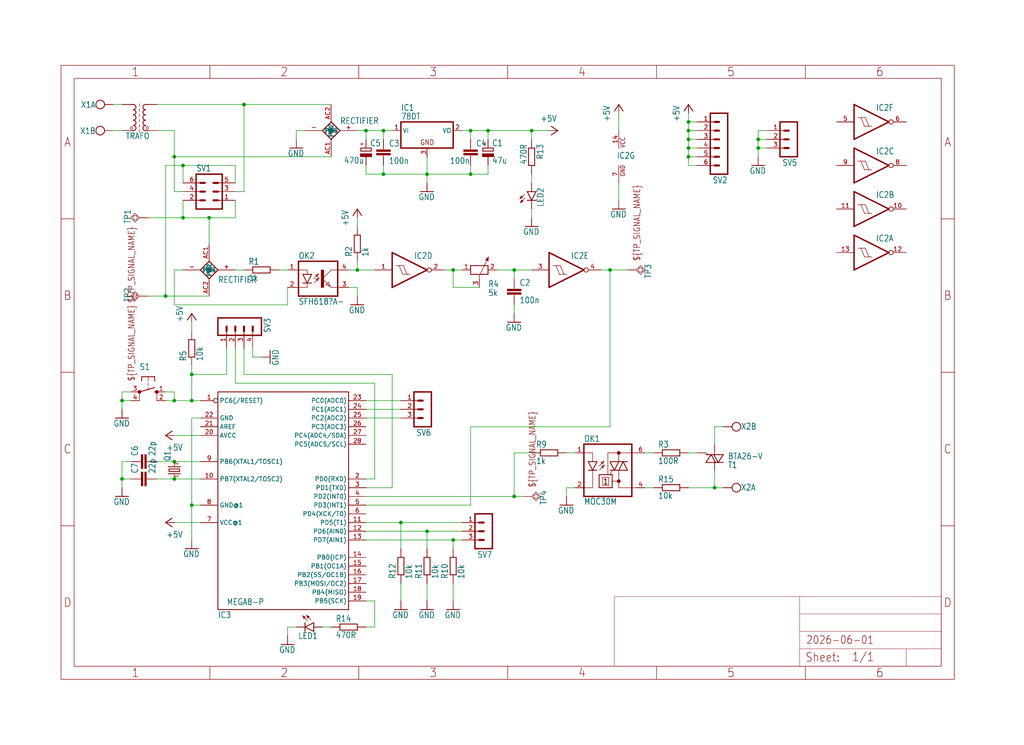
<source format=kicad_sch>
(kicad_sch (version 20231120) (generator "eeschema") (generator_version "8.0")
  (paper "User" 298.45 217.322)
  (lib_symbols
    (symbol "staccato-eagle-import:+5V" (power)
      (property "Value" "+5V" (at -2.54 -5.08 90))
      (symbol "+5V_1_0"
        (pin power_in line (at 0 -2.54 90) (length 2.54) (name "+5V") (number "1"))
      )
    )
    (symbol "staccato-eagle-import:0805C"
      (property "Reference" "C" (at 1.524 0.381 0))
      (symbol "0805C_1_0"
        (pin passive line (at 0 2.54 270) (length 2.54) (name "1") (number "1"))
        (pin passive line (at 0 -5.08 90) (length 2.54) (name "2") (number "2"))
      )
    )
    (symbol "staccato-eagle-import:10-XX"
      (property "Reference" "S" (at -6.35 -2.54 90))
      (symbol "10-XX_1_0"
        (pin passive line (at 0 5.08 270) (length 2.54) (name "S") (number "1"))
        (pin passive line (at 2.54 5.08 270) (length 2.54) (name "S1") (number "2"))
        (pin passive line (at 0 -5.08 90) (length 2.54) (name "P") (number "3"))
        (pin passive line (at 2.54 -5.08 90) (length 2.54) (name "P1") (number "4"))
      )
    )
    (symbol "staccato-eagle-import:7414N"
      (property "Reference" "IC" (at -0.635 -0.635 0))
      (symbol "7414N_1_0"
        (pin output inverted (at 10.16 0 180) (length 5.08) (name "O") (number "12"))
        (pin input line (at -10.16 0 0) (length 5.08) (name "I") (number "13"))
      )
      (symbol "7414N_2_0"
        (pin output inverted (at 10.16 0 180) (length 5.08) (name "O") (number "10"))
        (pin input line (at -10.16 0 0) (length 5.08) (name "I") (number "11"))
      )
      (symbol "7414N_3_0"
        (pin output inverted (at 10.16 0 180) (length 5.08) (name "O") (number "8"))
        (pin input line (at -10.16 0 0) (length 5.08) (name "I") (number "9"))
      )
      (symbol "7414N_4_0"
        (pin input line (at -10.16 0 0) (length 5.08) (name "I") (number "1"))
        (pin output inverted (at 10.16 0 180) (length 5.08) (name "O") (number "2"))
      )
      (symbol "7414N_5_0"
        (pin input line (at -10.16 0 0) (length 5.08) (name "I") (number "3"))
        (pin output inverted (at 10.16 0 180) (length 5.08) (name "O") (number "4"))
      )
      (symbol "7414N_6_0"
        (pin input line (at -10.16 0 0) (length 5.08) (name "I") (number "5"))
        (pin output inverted (at 10.16 0 180) (length 5.08) (name "O") (number "6"))
      )
      (symbol "7414N_7_0"
        (text "GND" (at 1.905 -5.842 900) (effects (font (size 1.27 1.0795)) (justify left bottom)))
        (text "VCC" (at 1.905 2.54 900) (effects (font (size 1.27 1.0795)) (justify left bottom)))
        (pin power_in line (at 0 7.62 270) (length 5.08) (name "VCC") (number "14"))
        (pin power_in line (at 0 -7.62 90) (length 5.08) (name "GND") (number "7"))
      )
    )
    (symbol "staccato-eagle-import:78DT"
      (property "Reference" "IC" (at -7.62 5.715 0))
      (symbol "78DT_1_0"
        (text "GND" (at -2.032 -4.318 0) (effects (font (size 1.524 1.2954)) (justify left bottom)))
        (pin input line (at -10.16 0 0) (length 2.54) (name "VI") (number "1"))
        (pin passive line (at 10.16 0 180) (length 2.54) (name "VO") (number "2"))
        (pin passive line (at 0 -7.62 90) (length 2.54) (name "GND") (number "3"))
      )
    )
    (symbol "staccato-eagle-import:A4L-LOC"
      (symbol "A4L-LOC_1_0"
        (text "${#}/${##}" (at 230.505 5.08 0) (effects (font (size 2.54 2.159)) (justify left bottom)))
        (text "${CURRENT_DATE}" (at 217.17 10.16 0) (effects (font (size 2.286 1.9431)) (justify left bottom)))
        (text "${PROJECTNAME}" (at 217.17 15.24 0) (effects (font (size 2.54 2.159)) (justify left bottom)))
        (text "1" (at 21.6958 1.905 0) (effects (font (size 2.54 2.286))))
        (text "1" (at 21.6958 177.165 0) (effects (font (size 2.54 2.286))))
        (text "2" (at 65.0875 1.905 0) (effects (font (size 2.54 2.286))))
        (text "2" (at 65.0875 177.165 0) (effects (font (size 2.54 2.286))))
        (text "3" (at 108.4792 1.905 0) (effects (font (size 2.54 2.286))))
        (text "3" (at 108.4792 177.165 0) (effects (font (size 2.54 2.286))))
        (text "4" (at 151.8708 1.905 0) (effects (font (size 2.54 2.286))))
        (text "4" (at 151.8708 177.165 0) (effects (font (size 2.54 2.286))))
        (text "5" (at 195.2625 1.905 0) (effects (font (size 2.54 2.286))))
        (text "5" (at 195.2625 177.165 0) (effects (font (size 2.54 2.286))))
        (text "6" (at 238.6542 1.905 0) (effects (font (size 2.54 2.286))))
        (text "6" (at 238.6542 177.165 0) (effects (font (size 2.54 2.286))))
        (text "A" (at 1.905 156.6863 0) (effects (font (size 2.54 2.286))))
        (text "A" (at 258.445 156.6863 0) (effects (font (size 2.54 2.286))))
        (text "B" (at 1.905 111.9188 0) (effects (font (size 2.54 2.286))))
        (text "B" (at 258.445 111.9188 0) (effects (font (size 2.54 2.286))))
        (text "C" (at 1.905 67.1513 0) (effects (font (size 2.54 2.286))))
        (text "C" (at 258.445 67.1513 0) (effects (font (size 2.54 2.286))))
        (text "D" (at 1.905 22.3838 0) (effects (font (size 2.54 2.286))))
        (text "D" (at 258.445 22.3838 0) (effects (font (size 2.54 2.286))))
        (text "Sheet:" (at 216.916 4.953 0) (effects (font (size 2.54 2.159)) (justify left bottom)))
      )
    )
    (symbol "staccato-eagle-import:BTA26-V"
      (property "Reference" "T" (at 3.81 2.54 0))
      (symbol "BTA26-V_1_0"
        (pin passive line (at 0 -2.54 90) (length 2.54) (name "A1") (number "A1"))
        (pin passive line (at 0 5.08 270) (length 2.54) (name "A2") (number "A2"))
        (pin passive line (at -5.08 0 0) (length 2.54) (name "G") (number "G"))
      )
    )
    (symbol "staccato-eagle-import:C-EU050-025X075"
      (property "Reference" "C" (at 1.524 0.381 0))
      (symbol "C-EU050-025X075_1_0"
        (pin passive line (at 0 2.54 270) (length 2.54) (name "1") (number "1"))
        (pin passive line (at 0 -5.08 90) (length 2.54) (name "2") (number "2"))
      )
    )
    (symbol "staccato-eagle-import:CPOL-EUE2.5-6"
      (property "Reference" "C" (at 1.143 0.4826 0))
      (symbol "CPOL-EUE2.5-6_1_0"
        (text "+" (at -0.5842 0.4064 900) (effects (font (size 1.27 1.0795)) (justify left bottom)))
        (pin passive line (at 0 2.54 270) (length 2.54) (name "+") (number "+"))
        (pin passive line (at 0 -5.08 90) (length 2.54) (name "-") (number "-"))
      )
    )
    (symbol "staccato-eagle-import:CPOL-EUE5-10.5"
      (property "Reference" "C" (at 1.143 0.4826 0))
      (symbol "CPOL-EUE5-10.5_1_0"
        (text "+" (at -0.5842 0.4064 900) (effects (font (size 1.27 1.0795)) (justify left bottom)))
        (pin passive line (at 0 2.54 270) (length 2.54) (name "+") (number "+"))
        (pin passive line (at 0 -5.08 90) (length 2.54) (name "-") (number "-"))
      )
    )
    (symbol "staccato-eagle-import:CRYSTALHC49S"
      (property "Reference" "Q" (at 2.54 1.016 0))
      (symbol "CRYSTALHC49S_1_0"
        (text "1" (at -2.159 -1.143 0) (effects (font (size 0.8636 0.734)) (justify left bottom)))
        (text "2" (at 1.524 -1.143 0) (effects (font (size 0.8636 0.734)) (justify left bottom)))
        (pin passive line (at -2.54 0 0) (length 0) (name "1") (number "1"))
        (pin passive line (at 2.54 0 180) (length 0) (name "2") (number "2"))
      )
    )
    (symbol "staccato-eagle-import:GND" (power)
      (property "Value" "GND" (at -2.54 -2.54 0))
      (symbol "GND_1_0"
        (pin power_in line (at 0 2.54 270) (length 2.54) (name "GND") (number "1"))
      )
    )
    (symbol "staccato-eagle-import:LED3MM"
      (property "Reference" "LED" (at 3.556 -4.572 90))
      (symbol "LED3MM_1_0"
        (pin passive line (at 0 2.54 270) (length 2.54) (name "A") (number "A"))
        (pin passive line (at 0 -5.08 90) (length 2.54) (name "C") (number "K"))
      )
    )
    (symbol "staccato-eagle-import:MA03-1"
      (property "Reference" "SV" (at -1.27 5.842 0))
      (symbol "MA03-1_1_0"
        (pin passive line (at 7.62 -2.54 180) (length 5.08) (name "1") (number "1"))
        (pin passive line (at 7.62 0 180) (length 5.08) (name "2") (number "2"))
        (pin passive line (at 7.62 2.54 180) (length 5.08) (name "3") (number "3"))
      )
    )
    (symbol "staccato-eagle-import:MA03-2"
      (property "Reference" "SV" (at -3.81 5.842 0))
      (symbol "MA03-2_1_0"
        (pin passive line (at 7.62 -2.54 180) (length 5.08) (name "1") (number "1"))
        (pin passive line (at -7.62 -2.54 0) (length 5.08) (name "2") (number "2"))
        (pin passive line (at 7.62 0 180) (length 5.08) (name "3") (number "3"))
        (pin passive line (at -7.62 0 0) (length 5.08) (name "4") (number "4"))
        (pin passive line (at 7.62 2.54 180) (length 5.08) (name "5") (number "5"))
        (pin passive line (at -7.62 2.54 0) (length 5.08) (name "6") (number "6"))
      )
    )
    (symbol "staccato-eagle-import:MA04-1"
      (property "Reference" "SV" (at -1.27 5.842 0))
      (symbol "MA04-1_1_0"
        (pin passive line (at 7.62 -5.08 180) (length 5.08) (name "1") (number "1"))
        (pin passive line (at 7.62 -2.54 180) (length 5.08) (name "2") (number "2"))
        (pin passive line (at 7.62 0 180) (length 5.08) (name "3") (number "3"))
        (pin passive line (at 7.62 2.54 180) (length 5.08) (name "4") (number "4"))
      )
    )
    (symbol "staccato-eagle-import:MA06-1"
      (property "Reference" "SV" (at -1.27 8.382 0))
      (symbol "MA06-1_1_0"
        (pin passive line (at 7.62 -7.62 180) (length 5.08) (name "1") (number "1"))
        (pin passive line (at 7.62 -5.08 180) (length 5.08) (name "2") (number "2"))
        (pin passive line (at 7.62 -2.54 180) (length 5.08) (name "3") (number "3"))
        (pin passive line (at 7.62 0 180) (length 5.08) (name "4") (number "4"))
        (pin passive line (at 7.62 2.54 180) (length 5.08) (name "5") (number "5"))
        (pin passive line (at 7.62 5.08 180) (length 5.08) (name "6") (number "6"))
      )
    )
    (symbol "staccato-eagle-import:MEGA8-P"
      (property "Reference" "IC" (at -17.78 -35.56 0))
      (symbol "MEGA8-P_1_0"
        (pin bidirectional inverted (at -22.86 27.94 0) (length 5.08) (name "PC6(/RESET)") (number "1"))
        (pin bidirectional line (at -22.86 5.08 0) (length 5.08) (name "PB7(XTAL2/TOSC2)") (number "10"))
        (pin bidirectional line (at 25.4 -7.62 180) (length 5.08) (name "PD5(T1)") (number "11"))
        (pin bidirectional line (at 25.4 -10.16 180) (length 5.08) (name "PD6(AIN0)") (number "12"))
        (pin bidirectional line (at 25.4 -12.7 180) (length 5.08) (name "PD7(AIN1)") (number "13"))
        (pin bidirectional line (at 25.4 -17.78 180) (length 5.08) (name "PB0(ICP)") (number "14"))
        (pin bidirectional line (at 25.4 -20.32 180) (length 5.08) (name "PB1(OC1A)") (number "15"))
        (pin bidirectional line (at 25.4 -22.86 180) (length 5.08) (name "PB2(SS/OC1B)") (number "16"))
        (pin bidirectional line (at 25.4 -25.4 180) (length 5.08) (name "PB3(MOSI/OC2)") (number "17"))
        (pin bidirectional line (at 25.4 -27.94 180) (length 5.08) (name "PB4(MISO)") (number "18"))
        (pin bidirectional line (at 25.4 -30.48 180) (length 5.08) (name "PB5(SCK)") (number "19"))
        (pin bidirectional line (at 25.4 5.08 180) (length 5.08) (name "PD0(RXD)") (number "2"))
        (pin power_in line (at -22.86 17.78 0) (length 5.08) (name "AVCC") (number "20"))
        (pin passive line (at -22.86 20.32 0) (length 5.08) (name "AREF") (number "21"))
        (pin power_in line (at -22.86 22.86 0) (length 5.08) (name "GND") (number "22"))
        (pin bidirectional line (at 25.4 27.94 180) (length 5.08) (name "PC0(ADC0)") (number "23"))
        (pin bidirectional line (at 25.4 25.4 180) (length 5.08) (name "PC1(ADC1)") (number "24"))
        (pin bidirectional line (at 25.4 22.86 180) (length 5.08) (name "PC2(ADC2)") (number "25"))
        (pin bidirectional line (at 25.4 20.32 180) (length 5.08) (name "PC3(ADC3)") (number "26"))
        (pin bidirectional line (at 25.4 17.78 180) (length 5.08) (name "PC4(ADC4/SDA)") (number "27"))
        (pin bidirectional line (at 25.4 15.24 180) (length 5.08) (name "PC5(ADC5/SCL)") (number "28"))
        (pin bidirectional line (at 25.4 2.54 180) (length 5.08) (name "PD1(TXD)") (number "3"))
        (pin bidirectional line (at 25.4 0 180) (length 5.08) (name "PD2(INT0)") (number "4"))
        (pin bidirectional line (at 25.4 -2.54 180) (length 5.08) (name "PD3(INT1)") (number "5"))
        (pin bidirectional line (at 25.4 -5.08 180) (length 5.08) (name "PD4(XCK/T0)") (number "6"))
        (pin power_in line (at -22.86 -7.62 0) (length 5.08) (name "VCC@1") (number "7"))
        (pin power_in line (at -22.86 -2.54 0) (length 5.08) (name "GND@1") (number "8"))
        (pin bidirectional line (at -22.86 10.16 0) (length 5.08) (name "PB6(XTAL1/TOSC1)") (number "9"))
      )
    )
    (symbol "staccato-eagle-import:MOC30M"
      (property "Reference" "OK" (at -7.6454 8.2296 0))
      (symbol "MOC30M_1_0"
        (pin passive line (at -10.16 5.08 0) (length 2.54) (name "A") (number "1"))
        (pin passive line (at -10.16 -5.08 0) (length 2.54) (name "C") (number "2"))
        (pin passive line (at 10.16 -5.08 180) (length 2.54) (name "A1") (number "4"))
        (pin passive line (at 10.16 5.08 180) (length 2.54) (name "A2") (number "6"))
      )
    )
    (symbol "staccato-eagle-import:POTENTIOMETER_PT-10"
      (property "Reference" "R" (at 2.54 -5.08 0))
      (symbol "POTENTIOMETER_PT-10_1_0"
        (pin passive line (at -5.08 0 0) (length 2.54) (name "1") (number "1"))
        (pin passive line (at 5.08 0 180) (length 2.54) (name "2") (number "2"))
        (pin passive line (at 0 -5.08 90) (length 2.54) (name "3") (number "3"))
      )
    )
    (symbol "staccato-eagle-import:R-EU_M0805"
      (property "Reference" "R" (at -3.81 1.4986 0))
      (symbol "R-EU_M0805_1_0"
        (pin passive line (at -5.08 0 0) (length 2.54) (name "1") (number "1"))
        (pin passive line (at 5.08 0 180) (length 2.54) (name "2") (number "2"))
      )
    )
    (symbol "staccato-eagle-import:RECTIFIER"
      (symbol "RECTIFIER_1_0"
        (pin bidirectional line (at 7.62 0 180) (length 5.08) (name "P$3") (number "+"))
        (pin bidirectional line (at -7.62 0 0) (length 5.08) (name "P$4") (number "-"))
        (pin bidirectional line (at 0 7.62 270) (length 5.08) (name "P$1") (number "AC1"))
        (pin bidirectional line (at 0 -7.62 90) (length 5.08) (name "P$2") (number "AC2"))
      )
    )
    (symbol "staccato-eagle-import:SFH618?A-"
      (property "Reference" "OK" (at -6.985 5.715 0))
      (symbol "SFH618?A-_1_0"
        (pin passive line (at -10.16 2.54 0) (length 2.54) (name "A") (number "1"))
        (pin passive line (at -10.16 -2.54 0) (length 2.54) (name "C") (number "2"))
        (pin passive line (at 7.62 -2.54 180) (length 2.54) (name "EMIT") (number "3"))
        (pin passive line (at 7.62 2.54 180) (length 2.54) (name "COL") (number "4"))
      )
    )
    (symbol "staccato-eagle-import:TPSQPAD1-13Y"
      (property "Reference" "TP" (at -2.54 -4.445 0))
      (symbol "TPSQPAD1-13Y_1_0"
        (text "${TP_SIGNAL_NAME}" (at 2.54 -1.27 0) (effects (font (size 1.778 1.5113)) (justify left bottom)))
        (pin input line (at 0 2.54 270) (length 2.54) (name "TP") (number "TP"))
      )
    )
    (symbol "staccato-eagle-import:TRAFO"
      (symbol "TRAFO_1_0"
        (pin passive line (at -5.08 5.08 0) (length 2.54) (name "A1") (number "P$1"))
        (pin passive line (at -5.08 -2.54 0) (length 2.54) (name "E1") (number "P$2"))
        (pin passive line (at 5.08 5.08 180) (length 2.54) (name "A2") (number "P$3"))
        (pin passive line (at 5.08 -2.54 180) (length 2.54) (name "E2") (number "P$4"))
      )
    )
    (symbol "staccato-eagle-import:W237-102"
      (property "Reference" "X" (at 0 0.889 0))
      (symbol "W237-102_1_0"
        (pin passive line (at 5.08 0 180) (length 2.54) (name "KL") (number "1"))
      )
      (symbol "W237-102_2_0"
        (pin passive line (at 5.08 0 180) (length 2.54) (name "KL") (number "2"))
      )
    )
  )
  (junction (at 220.98 40.64))
  (junction (at 48.26 86.36))
  (junction (at 53.34 48.26))
  (junction (at 50.8 116.84))
  (junction (at 220.98 43.18))
  (junction (at 200.66 45.72))
  (junction (at 200.66 40.64))
  (junction (at 137.16 38.1))
  (junction (at 50.8 139.7))
  (junction (at 149.86 144.78))
  (junction (at 132.08 157.48))
  (junction (at 55.88 109.22))
  (junction (at 35.56 139.7))
  (junction (at 106.68 38.1))
  (junction (at 177.8 78.74))
  (junction (at 55.88 147.32))
  (junction (at 137.16 50.8))
  (junction (at 111.76 50.8))
  (junction (at 124.46 154.94))
  (junction (at 111.76 38.1))
  (junction (at 60.96 63.5))
  (junction (at 208.28 142.24))
  (junction (at 132.08 78.74))
  (junction (at 71.12 30.48))
  (junction (at 53.34 63.5))
  (junction (at 149.86 78.74))
  (junction (at 50.8 45.72))
  (junction (at 200.66 35.56))
  (junction (at 154.94 38.1))
  (junction (at 104.14 78.74))
  (junction (at 55.88 116.84))
  (junction (at 200.66 38.1))
  (junction (at 142.24 38.1))
  (junction (at 35.56 116.84))
  (junction (at 50.8 134.62))
  (junction (at 116.84 152.4))
  (junction (at 200.66 43.18))
  (junction (at 124.46 50.8))
  (wire (pts (xy 134.62 152.4) (xy 116.84 152.4)) (stroke (width 0.1524)))
  (wire (pts (xy 154.94 40.64) (xy 154.94 38.1)) (stroke (width 0.1524)))
  (wire (pts (xy 45.72 139.7) (xy 50.8 139.7)) (stroke (width 0.1524)))
  (wire (pts (xy 35.56 116.84) (xy 38.1 116.84)) (stroke (width 0.1524)))
  (wire (pts (xy 66.04 109.22) (xy 55.88 109.22)) (stroke (width 0.1524)))
  (wire (pts (xy 149.86 78.74) (xy 154.94 78.74)) (stroke (width 0.1524)))
  (wire (pts (xy 55.88 147.32) (xy 55.88 157.48)) (stroke (width 0.1524)))
  (wire (pts (xy 53.34 58.42) (xy 53.34 63.5)) (stroke (width 0.1524)))
  (wire (pts (xy 35.56 119.38) (xy 35.56 116.84)) (stroke (width 0.1524)))
  (wire (pts (xy 71.12 109.22) (xy 114.3 109.22)) (stroke (width 0.1524)))
  (wire (pts (xy 106.68 40.64) (xy 106.68 38.1)) (stroke (width 0.1524)))
  (wire (pts (xy 165.1 132.08) (xy 167.64 132.08)) (stroke (width 0.1524)))
  (wire (pts (xy 53.34 78.74) (xy 50.8 78.74)) (stroke (width 0.1524)))
  (wire (pts (xy 129.54 78.74) (xy 132.08 78.74)) (stroke (width 0.1524)))
  (wire (pts (xy 106.68 144.78) (xy 149.86 144.78)) (stroke (width 0.1524)))
  (wire (pts (xy 38.1 139.7) (xy 35.56 139.7)) (stroke (width 0.1524)))
  (wire (pts (xy 48.26 86.36) (xy 48.26 48.26)) (stroke (width 0.1524)))
  (wire (pts (xy 220.98 43.18) (xy 220.98 45.72)) (stroke (width 0.1524)))
  (wire (pts (xy 73.66 101.6) (xy 73.66 104.14)) (stroke (width 0.1524)))
  (wire (pts (xy 106.68 48.26) (xy 106.68 50.8)) (stroke (width 0.1524)))
  (wire (pts (xy 203.2 40.64) (xy 200.66 40.64)) (stroke (width 0.1524)))
  (wire (pts (xy 35.56 134.62) (xy 35.56 139.7)) (stroke (width 0.1524)))
  (wire (pts (xy 83.82 88.9) (xy 83.82 83.82)) (stroke (width 0.1524)))
  (wire (pts (xy 220.98 38.1) (xy 220.98 40.64)) (stroke (width 0.1524)))
  (wire (pts (xy 35.56 139.7) (xy 35.56 142.24)) (stroke (width 0.1524)))
  (wire (pts (xy 106.68 121.92) (xy 116.84 121.92)) (stroke (width 0.1524)))
  (wire (pts (xy 137.16 147.32) (xy 137.16 124.46)) (stroke (width 0.1524)))
  (wire (pts (xy 55.88 93.98) (xy 55.88 96.52)) (stroke (width 0.1524)))
  (wire (pts (xy 149.86 144.78) (xy 149.86 132.08)) (stroke (width 0.1524)))
  (wire (pts (xy 104.14 78.74) (xy 101.6 78.74)) (stroke (width 0.1524)))
  (wire (pts (xy 109.22 139.7) (xy 109.22 111.76)) (stroke (width 0.1524)))
  (wire (pts (xy 55.88 121.92) (xy 55.88 147.32)) (stroke (width 0.1524)))
  (wire (pts (xy 109.22 182.88) (xy 109.22 175.26)) (stroke (width 0.1524)))
  (wire (pts (xy 137.16 48.26) (xy 137.16 50.8)) (stroke (width 0.1524)))
  (wire (pts (xy 60.96 63.5) (xy 68.58 63.5)) (stroke (width 0.1524)))
  (wire (pts (xy 58.42 152.4) (xy 50.8 152.4)) (stroke (width 0.1524)))
  (wire (pts (xy 200.66 45.72) (xy 200.66 43.18)) (stroke (width 0.1524)))
  (wire (pts (xy 132.08 83.82) (xy 132.08 78.74)) (stroke (width 0.1524)))
  (wire (pts (xy 124.46 175.26) (xy 124.46 170.18)) (stroke (width 0.1524)))
  (wire (pts (xy 223.52 43.18) (xy 220.98 43.18)) (stroke (width 0.1524)))
  (wire (pts (xy 58.42 134.62) (xy 50.8 134.62)) (stroke (width 0.1524)))
  (wire (pts (xy 132.08 78.74) (xy 134.62 78.74)) (stroke (width 0.1524)))
  (wire (pts (xy 220.98 40.64) (xy 220.98 43.18)) (stroke (width 0.1524)))
  (wire (pts (xy 200.66 40.64) (xy 200.66 38.1)) (stroke (width 0.1524)))
  (wire (pts (xy 50.8 45.72) (xy 50.8 38.1)) (stroke (width 0.1524)))
  (wire (pts (xy 88.9 38.1) (xy 86.36 38.1)) (stroke (width 0.1524)))
  (wire (pts (xy 190.5 142.24) (xy 187.96 142.24)) (stroke (width 0.1524)))
  (wire (pts (xy 142.24 40.64) (xy 142.24 38.1)) (stroke (width 0.1524)))
  (wire (pts (xy 111.76 40.64) (xy 111.76 38.1)) (stroke (width 0.1524)))
  (wire (pts (xy 68.58 78.74) (xy 71.12 78.74)) (stroke (width 0.1524)))
  (wire (pts (xy 134.62 157.48) (xy 132.08 157.48)) (stroke (width 0.1524)))
  (wire (pts (xy 68.58 48.26) (xy 68.58 53.34)) (stroke (width 0.1524)))
  (wire (pts (xy 154.94 60.96) (xy 154.94 63.5)) (stroke (width 0.1524)))
  (wire (pts (xy 53.34 48.26) (xy 68.58 48.26)) (stroke (width 0.1524)))
  (wire (pts (xy 106.68 139.7) (xy 109.22 139.7)) (stroke (width 0.1524)))
  (wire (pts (xy 139.7 83.82) (xy 132.08 83.82)) (stroke (width 0.1524)))
  (wire (pts (xy 223.52 38.1) (xy 220.98 38.1)) (stroke (width 0.1524)))
  (wire (pts (xy 149.86 81.28) (xy 149.86 78.74)) (stroke (width 0.1524)))
  (wire (pts (xy 106.68 182.88) (xy 109.22 182.88)) (stroke (width 0.1524)))
  (wire (pts (xy 106.68 157.48) (xy 132.08 157.48)) (stroke (width 0.1524)))
  (wire (pts (xy 96.52 182.88) (xy 93.98 182.88)) (stroke (width 0.1524)))
  (wire (pts (xy 104.14 38.1) (xy 106.68 38.1)) (stroke (width 0.1524)))
  (wire (pts (xy 104.14 83.82) (xy 104.14 86.36)) (stroke (width 0.1524)))
  (wire (pts (xy 160.02 38.1) (xy 154.94 38.1)) (stroke (width 0.1524)))
  (wire (pts (xy 200.66 132.08) (xy 203.2 132.08)) (stroke (width 0.1524)))
  (wire (pts (xy 142.24 50.8) (xy 137.16 50.8)) (stroke (width 0.1524)))
  (wire (pts (xy 134.62 38.1) (xy 137.16 38.1)) (stroke (width 0.1524)))
  (wire (pts (xy 177.8 78.74) (xy 175.26 78.74)) (stroke (width 0.1524)))
  (wire (pts (xy 182.88 78.74) (xy 177.8 78.74)) (stroke (width 0.1524)))
  (wire (pts (xy 106.68 119.38) (xy 116.84 119.38)) (stroke (width 0.1524)))
  (wire (pts (xy 154.94 38.1) (xy 142.24 38.1)) (stroke (width 0.1524)))
  (wire (pts (xy 96.52 45.72) (xy 50.8 45.72)) (stroke (width 0.1524)))
  (wire (pts (xy 33.02 30.48) (xy 35.56 30.48)) (stroke (width 0.1524)))
  (wire (pts (xy 106.68 38.1) (xy 111.76 38.1)) (stroke (width 0.1524)))
  (wire (pts (xy 71.12 30.48) (xy 45.72 30.48)) (stroke (width 0.1524)))
  (wire (pts (xy 208.28 124.46) (xy 210.82 124.46)) (stroke (width 0.1524)))
  (wire (pts (xy 55.88 106.68) (xy 55.88 109.22)) (stroke (width 0.1524)))
  (wire (pts (xy 45.72 38.1) (xy 50.8 38.1)) (stroke (width 0.1524)))
  (wire (pts (xy 124.46 50.8) (xy 124.46 45.72)) (stroke (width 0.1524)))
  (wire (pts (xy 106.68 50.8) (xy 111.76 50.8)) (stroke (width 0.1524)))
  (wire (pts (xy 203.2 45.72) (xy 200.66 45.72)) (stroke (width 0.1524)))
  (wire (pts (xy 200.66 43.18) (xy 200.66 40.64)) (stroke (width 0.1524)))
  (wire (pts (xy 180.34 58.42) (xy 180.34 53.34)) (stroke (width 0.1524)))
  (wire (pts (xy 53.34 53.34) (xy 53.34 48.26)) (stroke (width 0.1524)))
  (wire (pts (xy 60.96 86.36) (xy 48.26 86.36)) (stroke (width 0.1524)))
  (wire (pts (xy 149.86 88.9) (xy 149.86 91.44)) (stroke (width 0.1524)))
  (wire (pts (xy 142.24 38.1) (xy 137.16 38.1)) (stroke (width 0.1524)))
  (wire (pts (xy 83.82 182.88) (xy 83.82 185.42)) (stroke (width 0.1524)))
  (wire (pts (xy 106.68 154.94) (xy 124.46 154.94)) (stroke (width 0.1524)))
  (wire (pts (xy 111.76 50.8) (xy 124.46 50.8)) (stroke (width 0.1524)))
  (wire (pts (xy 81.28 78.74) (xy 83.82 78.74)) (stroke (width 0.1524)))
  (wire (pts (xy 132.08 157.48) (xy 132.08 160.02)) (stroke (width 0.1524)))
  (wire (pts (xy 68.58 63.5) (xy 68.58 58.42)) (stroke (width 0.1524)))
  (wire (pts (xy 104.14 76.2) (xy 104.14 78.74)) (stroke (width 0.1524)))
  (wire (pts (xy 71.12 55.88) (xy 71.12 30.48)) (stroke (width 0.1524)))
  (wire (pts (xy 106.68 147.32) (xy 137.16 147.32)) (stroke (width 0.1524)))
  (wire (pts (xy 35.56 114.3) (xy 35.56 116.84)) (stroke (width 0.1524)))
  (wire (pts (xy 60.96 71.12) (xy 60.96 63.5)) (stroke (width 0.1524)))
  (wire (pts (xy 50.8 78.74) (xy 50.8 88.9)) (stroke (width 0.1524)))
  (wire (pts (xy 50.8 139.7) (xy 58.42 139.7)) (stroke (width 0.1524)))
  (wire (pts (xy 50.8 114.3) (xy 50.8 116.84)) (stroke (width 0.1524)))
  (wire (pts (xy 58.42 147.32) (xy 55.88 147.32)) (stroke (width 0.1524)))
  (wire (pts (xy 104.14 63.5) (xy 104.14 66.04)) (stroke (width 0.1524)))
  (wire (pts (xy 114.3 109.22) (xy 114.3 142.24)) (stroke (width 0.1524)))
  (wire (pts (xy 55.88 116.84) (xy 50.8 116.84)) (stroke (width 0.1524)))
  (wire (pts (xy 55.88 109.22) (xy 55.88 116.84)) (stroke (width 0.1524)))
  (wire (pts (xy 109.22 78.74) (xy 104.14 78.74)) (stroke (width 0.1524)))
  (wire (pts (xy 165.1 142.24) (xy 167.64 142.24)) (stroke (width 0.1524)))
  (wire (pts (xy 137.16 124.46) (xy 177.8 124.46)) (stroke (width 0.1524)))
  (wire (pts (xy 203.2 43.18) (xy 200.66 43.18)) (stroke (width 0.1524)))
  (wire (pts (xy 200.66 35.56) (xy 200.66 33.02)) (stroke (width 0.1524)))
  (wire (pts (xy 86.36 38.1) (xy 86.36 40.64)) (stroke (width 0.1524)))
  (wire (pts (xy 109.22 111.76) (xy 68.58 111.76)) (stroke (width 0.1524)))
  (wire (pts (xy 144.78 78.74) (xy 149.86 78.74)) (stroke (width 0.1524)))
  (wire (pts (xy 149.86 132.08) (xy 154.94 132.08)) (stroke (width 0.1524)))
  (wire (pts (xy 203.2 48.26) (xy 200.66 48.26)) (stroke (width 0.1524)))
  (wire (pts (xy 48.26 114.3) (xy 50.8 114.3)) (stroke (width 0.1524)))
  (wire (pts (xy 48.26 48.26) (xy 53.34 48.26)) (stroke (width 0.1524)))
  (wire (pts (xy 116.84 160.02) (xy 116.84 152.4)) (stroke (width 0.1524)))
  (wire (pts (xy 38.1 134.62) (xy 35.56 134.62)) (stroke (width 0.1524)))
  (wire (pts (xy 134.62 154.94) (xy 124.46 154.94)) (stroke (width 0.1524)))
  (wire (pts (xy 50.8 88.9) (xy 83.82 88.9)) (stroke (width 0.1524)))
  (wire (pts (xy 187.96 132.08) (xy 190.5 132.08)) (stroke (width 0.1524)))
  (wire (pts (xy 114.3 38.1) (xy 111.76 38.1)) (stroke (width 0.1524)))
  (wire (pts (xy 208.28 129.54) (xy 208.28 124.46)) (stroke (width 0.1524)))
  (wire (pts (xy 124.46 154.94) (xy 124.46 160.02)) (stroke (width 0.1524)))
  (wire (pts (xy 154.94 50.8) (xy 154.94 53.34)) (stroke (width 0.1524)))
  (wire (pts (xy 116.84 175.26) (xy 116.84 170.18)) (stroke (width 0.1524)))
  (wire (pts (xy 53.34 55.88) (xy 50.8 55.88)) (stroke (width 0.1524)))
  (wire (pts (xy 66.04 101.6) (xy 66.04 109.22)) (stroke (width 0.1524)))
  (wire (pts (xy 68.58 101.6) (xy 68.58 111.76)) (stroke (width 0.1524)))
  (wire (pts (xy 71.12 101.6) (xy 71.12 109.22)) (stroke (width 0.1524)))
  (wire (pts (xy 114.3 142.24) (xy 106.68 142.24)) (stroke (width 0.1524)))
  (wire (pts (xy 137.16 38.1) (xy 137.16 40.64)) (stroke (width 0.1524)))
  (wire (pts (xy 208.28 137.16) (xy 208.28 142.24)) (stroke (width 0.1524)))
  (wire (pts (xy 50.8 55.88) (xy 50.8 45.72)) (stroke (width 0.1524)))
  (wire (pts (xy 124.46 53.34) (xy 124.46 50.8)) (stroke (width 0.1524)))
  (wire (pts (xy 165.1 144.78) (xy 165.1 142.24)) (stroke (width 0.1524)))
  (wire (pts (xy 208.28 142.24) (xy 210.82 142.24)) (stroke (width 0.1524)))
  (wire (pts (xy 137.16 50.8) (xy 124.46 50.8)) (stroke (width 0.1524)))
  (wire (pts (xy 223.52 40.64) (xy 220.98 40.64)) (stroke (width 0.1524)))
  (wire (pts (xy 200.66 38.1) (xy 200.66 35.56)) (stroke (width 0.1524)))
  (wire (pts (xy 200.66 142.24) (xy 208.28 142.24)) (stroke (width 0.1524)))
  (wire (pts (xy 116.84 152.4) (xy 106.68 152.4)) (stroke (width 0.1524)))
  (wire (pts (xy 86.36 182.88) (xy 83.82 182.88)) (stroke (width 0.1524)))
  (wire (pts (xy 35.56 38.1) (xy 33.02 38.1)) (stroke (width 0.1524)))
  (wire (pts (xy 43.18 63.5) (xy 53.34 63.5)) (stroke (width 0.1524)))
  (wire (pts (xy 53.34 63.5) (xy 60.96 63.5)) (stroke (width 0.1524)))
  (wire (pts (xy 50.8 116.84) (xy 48.26 116.84)) (stroke (width 0.1524)))
  (wire (pts (xy 200.66 48.26) (xy 200.66 45.72)) (stroke (width 0.1524)))
  (wire (pts (xy 55.88 116.84) (xy 58.42 116.84)) (stroke (width 0.1524)))
  (wire (pts (xy 96.52 30.48) (xy 71.12 30.48)) (stroke (width 0.1524)))
  (wire (pts (xy 58.42 127) (xy 50.8 127)) (stroke (width 0.1524)))
  (wire (pts (xy 38.1 114.3) (xy 35.56 114.3)) (stroke (width 0.1524)))
  (wire (pts (xy 203.2 38.1) (xy 200.66 38.1)) (stroke (width 0.1524)))
  (wire (pts (xy 203.2 35.56) (xy 200.66 35.56)) (stroke (width 0.1524)))
  (wire (pts (xy 142.24 48.26) (xy 142.24 50.8)) (stroke (width 0.1524)))
  (wire (pts (xy 45.72 134.62) (xy 50.8 134.62)) (stroke (width 0.1524)))
  (wire (pts (xy 101.6 83.82) (xy 104.14 83.82)) (stroke (width 0.1524)))
  (wire (pts (xy 180.34 33.02) (xy 180.34 38.1)) (stroke (width 0.1524)))
  (wire (pts (xy 58.42 121.92) (xy 55.88 121.92)) (stroke (width 0.1524)))
  (wire (pts (xy 111.76 48.26) (xy 111.76 50.8)) (stroke (width 0.1524)))
  (wire (pts (xy 43.18 86.36) (xy 48.26 86.36)) (stroke (width 0.1524)))
  (wire (pts (xy 109.22 175.26) (xy 106.68 175.26)) (stroke (width 0.1524)))
  (wire (pts (xy 177.8 124.46) (xy 177.8 78.74)) (stroke (width 0.1524)))
  (wire (pts (xy 68.58 55.88) (xy 71.12 55.88)) (stroke (width 0.1524)))
  (wire (pts (xy 73.66 104.14) (xy 76.2 104.14)) (stroke (width 0.1524)))
  (wire (pts (xy 132.08 170.18) (xy 132.08 175.26)) (stroke (width 0.1524)))
  (wire (pts (xy 152.4 144.78) (xy 149.86 144.78)) (stroke (width 0.1524)))
  (wire (pts (xy 116.84 116.84) (xy 106.68 116.84)) (stroke (width 0.1524)))
  (symbol (lib_id "staccato-eagle-import:GND") (at 86.36 43.18 0) (unit 1)
    (property "Reference" "#GND3" (effects (hide yes)))
    (property "Value" "GND" (at 83.82 45.72 0) (effects (font (size 1.778 1.5113)) (justify left bottom)))
  )
  (symbol (lib_id "staccato-eagle-import:W237-102") (at 27.94 38.1 0) (unit 2)
    (property "Reference" "X1" (at 27.94 37.211 0) (effects (font (size 1.778 1.5113)) (justify right top)))
    (property "Value" "W237-102" (effects (hide yes)))
    (property "Footprint" "staccato:W237-102" (effects (hide yes)))
  )
  (symbol (lib_id "staccato-eagle-import:MEGA8-P") (at 81.28 144.78 0) (unit 1)
    (property "Reference" "IC3" (at 63.5 180.34 0) (effects (font (size 1.778 1.5113)) (justify left bottom)))
    (property "Value" "MEGA8-P" (at 66.04 176.53 0) (effects (font (size 1.778 1.5113)) (justify left bottom)))
    (property "Footprint" "staccato:DIL28-3" (effects (hide yes)))
  )
  (symbol (lib_id "staccato-eagle-import:GND") (at 132.08 177.8 0) (unit 1)
    (property "Reference" "#GND13" (effects (hide yes)))
    (property "Value" "GND" (at 129.54 180.34 0) (effects (font (size 1.778 1.5113)) (justify left bottom)))
  )
  (symbol (lib_id "staccato-eagle-import:TPSQPAD1-13Y") (at 185.42 78.74 90) (unit 1)
    (property "Reference" "TP3" (at 189.865 81.28 0) (effects (font (size 1.778 1.5113)) (justify left bottom)))
    (property "Value" "TPSQPAD1-13Y" (effects (hide yes)))
    (property "Footprint" "staccato:P1-13Y" (effects (hide yes)))
  )
  (symbol (lib_id "staccato-eagle-import:TPSQPAD1-13Y") (at 40.64 86.36 270) (unit 1)
    (property "Reference" "TP2" (at 36.195 83.82 0) (effects (font (size 1.778 1.5113)) (justify left bottom)))
    (property "Value" "TPSQPAD1-13Y" (effects (hide yes)))
    (property "Footprint" "staccato:P1-13Y" (effects (hide yes)))
  )
  (symbol (lib_id "staccato-eagle-import:7414N") (at 119.38 78.74 0) (unit 4)
    (property "Reference" "IC2" (at 120.65 75.565 0) (effects (font (size 1.778 1.5113)) (justify left bottom)))
    (property "Value" "7414N" (effects (hide yes)))
    (property "Footprint" "staccato:DIL14" (effects (hide yes)))
  )
  (symbol (lib_id "staccato-eagle-import:R-EU_M0805") (at 104.14 71.12 90) (unit 1)
    (property "Reference" "R2" (at 102.6414 74.93 0) (effects (font (size 1.778 1.5113)) (justify left bottom)))
    (property "Value" "1k" (at 107.442 74.93 0) (effects (font (size 1.778 1.5113)) (justify left bottom)))
    (property "Footprint" "staccato:M0805" (effects (hide yes)))
  )
  (symbol (lib_id "staccato-eagle-import:+5V") (at 104.14 60.96 0) (unit 1)
    (property "Reference" "#P+5" (effects (hide yes)))
    (property "Value" "+5V" (at 101.6 66.04 90) (effects (font (size 1.778 1.5113)) (justify left bottom)))
  )
  (symbol (lib_id "staccato-eagle-import:GND") (at 220.98 48.26 0) (unit 1)
    (property "Reference" "#GND10" (effects (hide yes)))
    (property "Value" "GND" (at 218.44 50.8 0) (effects (font (size 1.778 1.5113)) (justify left bottom)))
  )
  (symbol (lib_id "staccato-eagle-import:GND") (at 83.82 187.96 0) (unit 1)
    (property "Reference" "#GND17" (effects (hide yes)))
    (property "Value" "GND" (at 81.28 190.5 0) (effects (font (size 1.778 1.5113)) (justify left bottom)))
  )
  (symbol (lib_id "staccato-eagle-import:GND") (at 124.46 177.8 0) (unit 1)
    (property "Reference" "#GND14" (effects (hide yes)))
    (property "Value" "GND" (at 121.92 180.34 0) (effects (font (size 1.778 1.5113)) (justify left bottom)))
  )
  (symbol (lib_id "staccato-eagle-import:TPSQPAD1-13Y") (at 154.94 144.78 90) (unit 1)
    (property "Reference" "TP4" (at 159.385 147.32 0) (effects (font (size 1.778 1.5113)) (justify left bottom)))
    (property "Value" "TPSQPAD1-13Y" (effects (hide yes)))
    (property "Footprint" "staccato:P1-13Y" (effects (hide yes)))
  )
  (symbol (lib_id "staccato-eagle-import:GND") (at 154.94 66.04 0) (unit 1)
    (property "Reference" "#GND16" (effects (hide yes)))
    (property "Value" "GND" (at 152.4 68.58 0) (effects (font (size 1.778 1.5113)) (justify left bottom)))
  )
  (symbol (lib_id "staccato-eagle-import:MA06-1") (at 210.82 43.18 180) (unit 1)
    (property "Reference" "SV2" (at 212.09 51.562 0) (effects (font (size 1.778 1.5113)) (justify left bottom)))
    (property "Value" "MA06-1" (effects (hide yes)))
    (property "Footprint" "staccato:MA06-1" (effects (hide yes)))
  )
  (symbol (lib_id "staccato-eagle-import:MA03-1") (at 124.46 119.38 180) (unit 1)
    (property "Reference" "SV6" (at 125.73 125.222 0) (effects (font (size 1.778 1.5113)) (justify left bottom)))
    (property "Value" "MA03-1" (effects (hide yes)))
    (property "Footprint" "staccato:MA03-1" (effects (hide yes)))
  )
  (symbol (lib_id "staccato-eagle-import:R-EU_M0805") (at 76.2 78.74 0) (unit 1)
    (property "Reference" "R1" (at 72.39 77.2414 0) (effects (font (size 1.778 1.5113)) (justify left bottom)))
    (property "Value" "1k" (at 72.39 82.042 0) (effects (font (size 1.778 1.5113)) (justify left bottom)))
    (property "Footprint" "staccato:M0805" (effects (hide yes)))
  )
  (symbol (lib_id "staccato-eagle-import:TRAFO") (at 40.64 35.56 0) (unit 1)
    (property "Reference" "U$1" (effects (hide yes)))
    (property "Value" "TRAFO" (at 36.576 40.64 0) (effects (font (size 1.778 1.5113)) (justify left bottom)))
    (property "Footprint" "staccato:TRAFO" (effects (hide yes)))
  )
  (symbol (lib_id "staccato-eagle-import:A4L-LOC") (at 17.78 198.12 0) (unit 1)
    (property "Reference" "#FRAME1" (effects (hide yes)))
    (property "Value" "A4L-LOC" (effects (hide yes)))
  )
  (symbol (lib_id "staccato-eagle-import:W237-102") (at 27.94 30.48 0) (unit 1)
    (property "Reference" "X1" (at 27.94 29.591 0) (effects (font (size 1.778 1.5113)) (justify right top)))
    (property "Value" "W237-102" (effects (hide yes)))
    (property "Footprint" "staccato:W237-102" (effects (hide yes)))
  )
  (symbol (lib_id "staccato-eagle-import:+5V") (at 200.66 30.48 0) (unit 1)
    (property "Reference" "#P+6" (effects (hide yes)))
    (property "Value" "+5V" (at 198.12 35.56 90) (effects (font (size 1.778 1.5113)) (justify left bottom)))
  )
  (symbol (lib_id "staccato-eagle-import:MOC30M") (at 177.8 137.16 0) (unit 1)
    (property "Reference" "OK1" (at 170.1546 128.9304 0) (effects (font (size 1.778 1.5113)) (justify left bottom)))
    (property "Value" "MOC30M" (at 170.1546 147.2438 0) (effects (font (size 1.778 1.5113)) (justify left bottom)))
    (property "Footprint" "staccato:DIL06" (effects (hide yes)))
  )
  (symbol (lib_id "staccato-eagle-import:R-EU_M0805") (at 160.02 132.08 0) (unit 1)
    (property "Reference" "R9" (at 156.21 130.5814 0) (effects (font (size 1.778 1.5113)) (justify left bottom)))
    (property "Value" "1k" (at 156.21 135.382 0) (effects (font (size 1.778 1.5113)) (justify left bottom)))
    (property "Footprint" "staccato:M0805" (effects (hide yes)))
  )
  (symbol (lib_id "staccato-eagle-import:7414N") (at 254 48.26 0) (unit 3)
    (property "Reference" "IC2" (at 255.27 45.085 0) (effects (font (size 1.778 1.5113)) (justify left bottom)))
    (property "Value" "7414N" (effects (hide yes)))
    (property "Footprint" "staccato:DIL14" (effects (hide yes)))
  )
  (symbol (lib_id "staccato-eagle-import:W237-102") (at 215.9 142.24 180) (unit 1)
    (property "Reference" "X2" (at 215.9 143.129 0) (effects (font (size 1.778 1.5113)) (justify right top)))
    (property "Value" "W237-102" (effects (hide yes)))
    (property "Footprint" "staccato:W237-102" (effects (hide yes)))
  )
  (symbol (lib_id "staccato-eagle-import:GND") (at 149.86 93.98 0) (unit 1)
    (property "Reference" "#GND6" (effects (hide yes)))
    (property "Value" "GND" (at 147.32 96.52 0) (effects (font (size 1.778 1.5113)) (justify left bottom)))
  )
  (symbol (lib_id "staccato-eagle-import:R-EU_M0805") (at 124.46 165.1 90) (unit 1)
    (property "Reference" "R11" (at 122.9614 168.91 0) (effects (font (size 1.778 1.5113)) (justify left bottom)))
    (property "Value" "10k" (at 127.762 168.91 0) (effects (font (size 1.778 1.5113)) (justify left bottom)))
    (property "Footprint" "staccato:M0805" (effects (hide yes)))
  )
  (symbol (lib_id "staccato-eagle-import:LED3MM") (at 154.94 55.88 0) (unit 1)
    (property "Reference" "LED2" (at 158.496 60.452 90) (effects (font (size 1.778 1.5113)) (justify left bottom)))
    (property "Value" "LED3MM" (effects (hide yes)))
    (property "Footprint" "staccato:LED3MM" (effects (hide yes)))
  )
  (symbol (lib_id "staccato-eagle-import:0805C") (at 137.16 43.18 0) (unit 1)
    (property "Reference" "C4" (at 138.684 42.799 0) (effects (font (size 1.778 1.5113)) (justify left bottom)))
    (property "Value" "100n" (at 131.064 47.879 0) (effects (font (size 1.778 1.5113)) (justify left bottom)))
    (property "Footprint" "staccato:C0805" (effects (hide yes)))
  )
  (symbol (lib_id "staccato-eagle-import:GND") (at 104.14 88.9 0) (unit 1)
    (property "Reference" "#GND5" (effects (hide yes)))
    (property "Value" "GND" (at 101.6 91.44 0) (effects (font (size 1.778 1.5113)) (justify left bottom)))
  )
  (symbol (lib_id "staccato-eagle-import:+5V") (at 55.88 91.44 0) (unit 1)
    (property "Reference" "#P+4" (effects (hide yes)))
    (property "Value" "+5V" (at 53.34 93.98 90) (effects (font (size 1.778 1.5113)) (justify left bottom)))
  )
  (symbol (lib_id "staccato-eagle-import:GND") (at 116.84 177.8 0) (unit 1)
    (property "Reference" "#GND15" (effects (hide yes)))
    (property "Value" "GND" (at 114.3 180.34 0) (effects (font (size 1.778 1.5113)) (justify left bottom)))
  )
  (symbol (lib_id "staccato-eagle-import:MA03-2") (at 60.96 55.88 0) (unit 1)
    (property "Reference" "SV1" (at 57.15 50.038 0) (effects (font (size 1.778 1.5113)) (justify left bottom)))
    (property "Value" "MA03-2" (effects (hide yes)))
    (property "Footprint" "staccato:MA03-2" (effects (hide yes)))
  )
  (symbol (lib_id "staccato-eagle-import:CPOL-EUE5-10.5") (at 106.68 43.18 0) (unit 1)
    (property "Reference" "C5" (at 107.823 42.6974 0) (effects (font (size 1.778 1.5113)) (justify left bottom)))
    (property "Value" "470u" (at 100.203 47.7774 0) (effects (font (size 1.778 1.5113)) (justify left bottom)))
    (property "Footprint" "staccato:E5-10,5" (effects (hide yes)))
  )
  (symbol (lib_id "staccato-eagle-import:7414N") (at 254 60.96 0) (unit 2)
    (property "Reference" "IC2" (at 255.27 57.785 0) (effects (font (size 1.778 1.5113)) (justify left bottom)))
    (property "Value" "7414N" (effects (hide yes)))
    (property "Footprint" "staccato:DIL14" (effects (hide yes)))
  )
  (symbol (lib_id "staccato-eagle-import:GND") (at 165.1 147.32 0) (unit 1)
    (property "Reference" "#GND12" (effects (hide yes)))
    (property "Value" "GND" (at 162.56 149.86 0) (effects (font (size 1.778 1.5113)) (justify left bottom)))
  )
  (symbol (lib_id "staccato-eagle-import:RECTIFIER") (at 96.52 38.1 0) (mirror x) (unit 1)
    (property "Reference" "U$2" (effects (hide yes)))
    (property "Value" "RECTIFIER" (at 99.06 34.29 0) (effects (font (size 1.778 1.5113)) (justify left bottom)))
    (property "Footprint" "staccato:RECTIFIER" (effects (hide yes)))
  )
  (symbol (lib_id "staccato-eagle-import:CPOL-EUE2.5-6") (at 142.24 43.18 0) (unit 1)
    (property "Reference" "C1" (at 143.383 42.6974 0) (effects (font (size 1.778 1.5113)) (justify left bottom)))
    (property "Value" "47u" (at 143.383 47.7774 0) (effects (font (size 1.778 1.5113)) (justify left bottom)))
    (property "Footprint" "staccato:E2,5-6" (effects (hide yes)))
  )
  (symbol (lib_id "staccato-eagle-import:GND") (at 35.56 121.92 0) (unit 1)
    (property "Reference" "#GND7" (effects (hide yes)))
    (property "Value" "GND" (at 33.02 124.46 0) (effects (font (size 1.778 1.5113)) (justify left bottom)))
  )
  (symbol (lib_id "staccato-eagle-import:+5V") (at 180.34 30.48 0) (unit 1)
    (property "Reference" "#P+1" (effects (hide yes)))
    (property "Value" "+5V" (at 177.8 35.56 90) (effects (font (size 1.778 1.5113)) (justify left bottom)))
  )
  (symbol (lib_id "staccato-eagle-import:R-EU_M0805") (at 195.58 132.08 0) (unit 1)
    (property "Reference" "R3" (at 191.77 130.5814 0) (effects (font (size 1.778 1.5113)) (justify left bottom)))
    (property "Value" "100R" (at 191.77 135.382 0) (effects (font (size 1.778 1.5113)) (justify left bottom)))
    (property "Footprint" "staccato:M0805" (effects (hide yes)))
  )
  (symbol (lib_id "staccato-eagle-import:+5V") (at 48.26 127 90) (unit 1)
    (property "Reference" "#P+9" (effects (hide yes)))
    (property "Value" "+5V" (at 53.34 129.54 90) (effects (font (size 1.778 1.5113)) (justify left bottom)))
  )
  (symbol (lib_id "staccato-eagle-import:RECTIFIER") (at 60.96 78.74 0) (unit 1)
    (property "Reference" "U$4" (effects (hide yes)))
    (property "Value" "RECTIFIER" (at 63.5 82.55 0) (effects (font (size 1.778 1.5113)) (justify left bottom)))
    (property "Footprint" "staccato:RECTIFIER" (effects (hide yes)))
  )
  (symbol (lib_id "staccato-eagle-import:78DT") (at 124.46 38.1 0) (unit 1)
    (property "Reference" "IC1" (at 116.84 32.385 0) (effects (font (size 1.778 1.5113)) (justify left bottom)))
    (property "Value" "78DT" (at 116.84 34.925 0) (effects (font (size 1.778 1.5113)) (justify left bottom)))
    (property "Footprint" "staccato:TO252" (effects (hide yes)))
  )
  (symbol (lib_id "staccato-eagle-import:GND") (at 35.56 144.78 0) (unit 1)
    (property "Reference" "#GND8" (effects (hide yes)))
    (property "Value" "GND" (at 33.02 147.32 0) (effects (font (size 1.778 1.5113)) (justify left bottom)))
  )
  (symbol (lib_id "staccato-eagle-import:R-EU_M0805") (at 195.58 142.24 0) (unit 1)
    (property "Reference" "R15" (at 191.77 140.7414 0) (effects (font (size 1.778 1.5113)) (justify left bottom)))
    (property "Value" "10k" (at 191.77 145.542 0) (effects (font (size 1.778 1.5113)) (justify left bottom)))
    (property "Footprint" "staccato:M0805" (effects (hide yes)))
  )
  (symbol (lib_id "staccato-eagle-import:GND") (at 180.34 60.96 0) (unit 1)
    (property "Reference" "#GND1" (effects (hide yes)))
    (property "Value" "GND" (at 177.8 63.5 0) (effects (font (size 1.778 1.5113)) (justify left bottom)))
  )
  (symbol (lib_id "staccato-eagle-import:GND") (at 124.46 55.88 0) (unit 1)
    (property "Reference" "#GND2" (effects (hide yes)))
    (property "Value" "GND" (at 121.92 58.42 0) (effects (font (size 1.778 1.5113)) (justify left bottom)))
  )
  (symbol (lib_id "staccato-eagle-import:7414N") (at 254 73.66 0) (unit 1)
    (property "Reference" "IC2" (at 255.27 70.485 0) (effects (font (size 1.778 1.5113)) (justify left bottom)))
    (property "Value" "7414N" (effects (hide yes)))
    (property "Footprint" "staccato:DIL14" (effects (hide yes)))
  )
  (symbol (lib_id "staccato-eagle-import:C-EU050-025X075") (at 149.86 83.82 0) (unit 1)
    (property "Reference" "C2" (at 151.384 83.439 0) (effects (font (size 1.778 1.5113)) (justify left bottom)))
    (property "Value" "100n" (at 151.384 88.519 0) (effects (font (size 1.778 1.5113)) (justify left bottom)))
    (property "Footprint" "staccato:C050-025X075" (effects (hide yes)))
  )
  (symbol (lib_id "staccato-eagle-import:MA03-1") (at 142.24 154.94 180) (unit 1)
    (property "Reference" "SV7" (at 143.51 160.782 0) (effects (font (size 1.778 1.5113)) (justify left bottom)))
    (property "Value" "MA03-1" (effects (hide yes)))
    (property "Footprint" "staccato:MA03-1" (effects (hide yes)))
  )
  (symbol (lib_id "staccato-eagle-import:R-EU_M0805") (at 132.08 165.1 90) (unit 1)
    (property "Reference" "R10" (at 130.5814 168.91 0) (effects (font (size 1.778 1.5113)) (justify left bottom)))
    (property "Value" "10k" (at 135.382 168.91 0) (effects (font (size 1.778 1.5113)) (justify left bottom)))
    (property "Footprint" "staccato:M0805" (effects (hide yes)))
  )
  (symbol (lib_id "staccato-eagle-import:SFH618?A-") (at 93.98 81.28 0) (unit 1)
    (property "Reference" "OK2" (at 86.995 75.565 0) (effects (font (size 1.778 1.5113)) (justify left bottom)))
    (property "Value" "SFH618?A-" (at 86.995 88.9 0) (effects (font (size 1.778 1.5113)) (justify left bottom)))
    (property "Footprint" "staccato:DIP4-400" (effects (hide yes)))
  )
  (symbol (lib_id "staccato-eagle-import:LED3MM") (at 91.44 182.88 270) (unit 1)
    (property "Reference" "LED1" (at 86.868 186.436 90) (effects (font (size 1.778 1.5113)) (justify left bottom)))
    (property "Value" "LED3MM" (effects (hide yes)))
    (property "Footprint" "staccato:LED3MM" (effects (hide yes)))
  )
  (symbol (lib_id "staccato-eagle-import:POTENTIOMETER_PT-10") (at 139.7 78.74 0) (unit 1)
    (property "Reference" "R4" (at 142.24 83.82 0) (effects (font (size 1.778 1.5113)) (justify left bottom)))
    (property "Value" "5k" (at 142.24 86.36 0) (effects (font (size 1.778 1.5113)) (justify left bottom)))
    (property "Footprint" "staccato:PT-10" (effects (hide yes)))
  )
  (symbol (lib_id "staccato-eagle-import:+5V") (at 162.56 38.1 270) (unit 1)
    (property "Reference" "#P+2" (effects (hide yes)))
    (property "Value" "+5V" (at 157.48 35.56 90) (effects (font (size 1.778 1.5113)) (justify left bottom)))
  )
  (symbol (lib_id "staccato-eagle-import:BTA26-V") (at 208.28 132.08 0) (mirror x) (unit 1)
    (property "Reference" "T1" (at 212.09 134.62 0) (effects (font (size 1.778 1.5113)) (justify left bottom)))
    (property "Value" "BTA26-V" (at 212.09 132.08 0) (effects (font (size 1.778 1.5113)) (justify left bottom)))
    (property "Footprint" "staccato:TOP3S-1" (effects (hide yes)))
  )
  (symbol (lib_id "staccato-eagle-import:MA04-1") (at 71.12 93.98 270) (unit 1)
    (property "Reference" "SV3" (at 76.962 92.71 0) (effects (font (size 1.778 1.5113)) (justify left bottom)))
    (property "Value" "MA04-1" (effects (hide yes)))
    (property "Footprint" "staccato:MA04-1" (effects (hide yes)))
  )
  (symbol (lib_id "staccato-eagle-import:7414N") (at 254 35.56 0) (unit 6)
    (property "Reference" "IC2" (at 255.27 32.385 0) (effects (font (size 1.778 1.5113)) (justify left bottom)))
    (property "Value" "7414N" (effects (hide yes)))
    (property "Footprint" "staccato:DIL14" (effects (hide yes)))
  )
  (symbol (lib_id "staccato-eagle-import:R-EU_M0805") (at 116.84 165.1 90) (unit 1)
    (property "Reference" "R12" (at 115.3414 168.91 0) (effects (font (size 1.778 1.5113)) (justify left bottom)))
    (property "Value" "10k" (at 120.142 168.91 0) (effects (font (size 1.778 1.5113)) (justify left bottom)))
    (property "Footprint" "staccato:M0805" (effects (hide yes)))
  )
  (symbol (lib_id "staccato-eagle-import:10-XX") (at 43.18 114.3 270) (unit 1)
    (property "Reference" "S1" (at 40.64 107.95 90) (effects (font (size 1.778 1.5113)) (justify left bottom)))
    (property "Value" "10-XX" (effects (hide yes)))
    (property "Footprint" "staccato:B3F-10XX" (effects (hide yes)))
  )
  (symbol (lib_id "staccato-eagle-import:0805C") (at 111.76 43.18 0) (unit 1)
    (property "Reference" "C3" (at 113.284 42.799 0) (effects (font (size 1.778 1.5113)) (justify left bottom)))
    (property "Value" "100n" (at 113.284 47.879 0) (effects (font (size 1.778 1.5113)) (justify left bottom)))
    (property "Footprint" "staccato:C0805" (effects (hide yes)))
  )
  (symbol (lib_id "staccato-eagle-import:MA03-1") (at 231.14 40.64 180) (unit 1)
    (property "Reference" "SV5" (at 232.41 46.482 0) (effects (font (size 1.778 1.5113)) (justify left bottom)))
    (property "Value" "MA03-1" (effects (hide yes)))
    (property "Footprint" "staccato:MA03-1" (effects (hide yes)))
  )
  (symbol (lib_id "staccato-eagle-import:0805C") (at 40.64 134.62 90) (unit 1)
    (property "Reference" "C6" (at 40.259 133.096 0) (effects (font (size 1.778 1.5113)) (justify left bottom)))
    (property "Value" "22p" (at 45.339 133.096 0) (effects (font (size 1.778 1.5113)) (justify left bottom)))
    (property "Footprint" "staccato:C0805" (effects (hide yes)))
  )
  (symbol (lib_id "staccato-eagle-import:R-EU_M0805") (at 55.88 101.6 90) (unit 1)
    (property "Reference" "R5" (at 54.3814 105.41 0) (effects (font (size 1.778 1.5113)) (justify left bottom)))
    (property "Value" "10k" (at 59.182 105.41 0) (effects (font (size 1.778 1.5113)) (justify left bottom)))
    (property "Footprint" "staccato:M0805" (effects (hide yes)))
  )
  (symbol (lib_id "staccato-eagle-import:7414N") (at 165.1 78.74 0) (unit 5)
    (property "Reference" "IC2" (at 166.37 75.565 0) (effects (font (size 1.778 1.5113)) (justify left bottom)))
    (property "Value" "7414N" (effects (hide yes)))
    (property "Footprint" "staccato:DIL14" (effects (hide yes)))
  )
  (symbol (lib_id "staccato-eagle-import:7414N") (at 180.34 45.72 0) (unit 7)
    (property "Reference" "IC2" (at 179.705 46.355 0) (effects (font (size 1.778 1.5113)) (justify left bottom)))
    (property "Value" "7414N" (effects (hide yes)))
    (property "Footprint" "staccato:DIL14" (effects (hide yes)))
  )
  (symbol (lib_id "staccato-eagle-import:W237-102") (at 215.9 124.46 180) (unit 2)
    (property "Reference" "X2" (at 215.9 125.349 0) (effects (font (size 1.778 1.5113)) (justify right top)))
    (property "Value" "W237-102" (effects (hide yes)))
    (property "Footprint" "staccato:W237-102" (effects (hide yes)))
  )
  (symbol (lib_id "staccato-eagle-import:+5V") (at 48.26 152.4 90) (unit 1)
    (property "Reference" "#P+3" (effects (hide yes)))
    (property "Value" "+5V" (at 53.34 154.94 90) (effects (font (size 1.778 1.5113)) (justify left bottom)))
  )
  (symbol (lib_id "staccato-eagle-import:GND") (at 55.88 160.02 0) (unit 1)
    (property "Reference" "#GND4" (effects (hide yes)))
    (property "Value" "GND" (at 53.34 162.56 0) (effects (font (size 1.778 1.5113)) (justify left bottom)))
  )
  (symbol (lib_id "staccato-eagle-import:R-EU_M0805") (at 154.94 45.72 270) (unit 1)
    (property "Reference" "R13" (at 156.4386 41.91 0) (effects (font (size 1.778 1.5113)) (justify left bottom)))
    (property "Value" "470R" (at 151.638 41.91 0) (effects (font (size 1.778 1.5113)) (justify left bottom)))
    (property "Footprint" "staccato:M0805" (effects (hide yes)))
  )
  (symbol (lib_id "staccato-eagle-import:GND") (at 78.74 104.14 90) (unit 1)
    (property "Reference" "#GND18" (effects (hide yes)))
    (property "Value" "GND" (at 81.28 106.68 0) (effects (font (size 1.778 1.5113)) (justify left bottom)))
  )
  (symbol (lib_id "staccato-eagle-import:0805C") (at 40.64 139.7 90) (unit 1)
    (property "Reference" "C7" (at 40.259 138.176 0) (effects (font (size 1.778 1.5113)) (justify left bottom)))
    (property "Value" "22p" (at 45.339 138.176 0) (effects (font (size 1.778 1.5113)) (justify left bottom)))
    (property "Footprint" "staccato:C0805" (effects (hide yes)))
  )
  (symbol (lib_id "staccato-eagle-import:CRYSTALHC49S") (at 50.8 137.16 90) (unit 1)
    (property "Reference" "Q1" (at 49.784 134.62 0) (effects (font (size 1.778 1.5113)) (justify left bottom)))
    (property "Value" "CRYSTALHC49S" (effects (hide yes)))
    (property "Footprint" "staccato:HC49_S" (effects (hide yes)))
  )
  (symbol (lib_id "staccato-eagle-import:R-EU_M0805") (at 101.6 182.88 0) (unit 1)
    (property "Reference" "R14" (at 97.79 181.3814 0) (effects (font (size 1.778 1.5113)) (justify left bottom)))
    (property "Value" "470R" (at 97.79 186.182 0) (effects (font (size 1.778 1.5113)) (justify left bottom)))
    (property "Footprint" "staccato:M0805" (effects (hide yes)))
  )
  (symbol (lib_id "staccato-eagle-import:TPSQPAD1-13Y") (at 40.64 63.5 270) (unit 1)
    (property "Reference" "TP1" (at 36.195 60.96 0) (effects (font (size 1.778 1.5113)) (justify left bottom)))
    (property "Value" "TPSQPAD1-13Y" (effects (hide yes)))
    (property "Footprint" "staccato:P1-13Y" (effects (hide yes)))
  )
)
</source>
